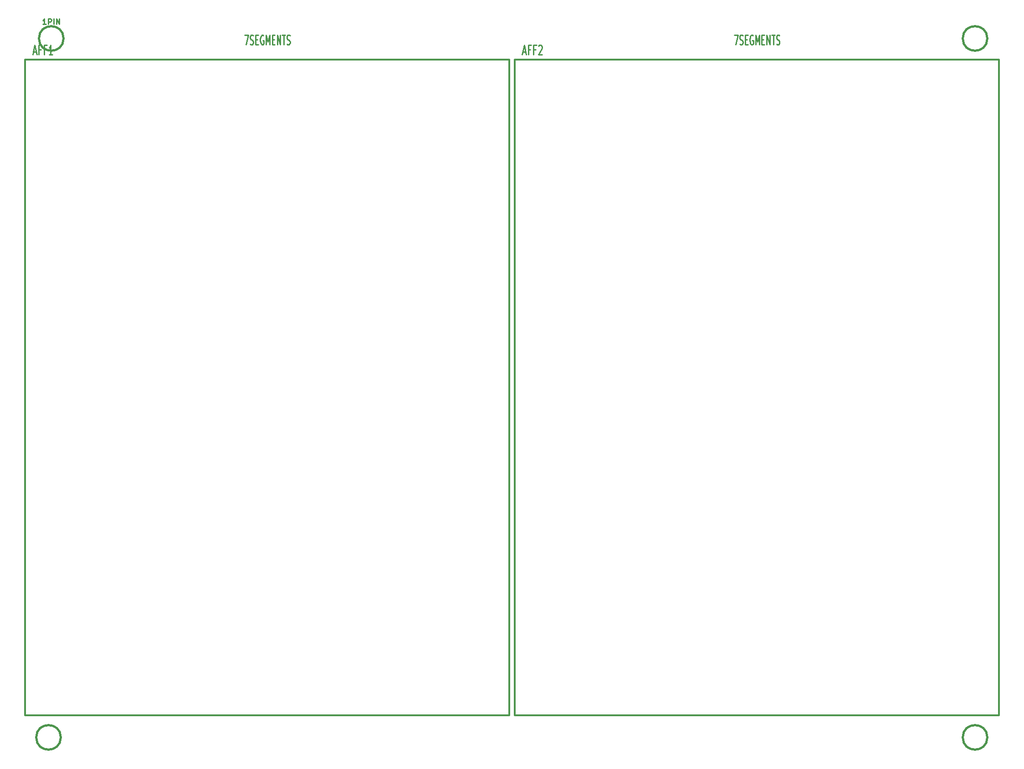
<source format=gto>
G04 (created by PCBNEW (2013-07-07 BZR 4022)-stable) date 6/9/2015 5:45:07 PM*
%MOIN*%
G04 Gerber Fmt 3.4, Leading zero omitted, Abs format*
%FSLAX34Y34*%
G01*
G70*
G90*
G04 APERTURE LIST*
%ADD10C,0.00590551*%
%ADD11C,0.012*%
%ADD12C,0.015*%
%ADD13C,0.01125*%
%ADD14C,0.01*%
G04 APERTURE END LIST*
G54D10*
G54D11*
X62322Y-36366D02*
X62322Y-84397D01*
X97755Y-36366D02*
X97755Y-84397D01*
X62322Y-36366D02*
X97755Y-36366D01*
X97755Y-84397D02*
X62322Y-84397D01*
X26496Y-36366D02*
X26496Y-84397D01*
X61929Y-36366D02*
X61929Y-84397D01*
X26496Y-36366D02*
X61929Y-36366D01*
X61929Y-84397D02*
X26496Y-84397D01*
G54D12*
X29100Y-86000D02*
G75*
G03X29100Y-86000I-900J0D01*
G74*
G01*
X96900Y-86000D02*
G75*
G03X96900Y-86000I-900J0D01*
G74*
G01*
X96900Y-34800D02*
G75*
G03X96900Y-34800I-900J0D01*
G74*
G01*
X29300Y-34800D02*
G75*
G03X29300Y-34800I-900J0D01*
G74*
G01*
G54D13*
X62905Y-35780D02*
X63119Y-35780D01*
X62862Y-35980D02*
X63012Y-35280D01*
X63162Y-35980D01*
X63462Y-35613D02*
X63312Y-35613D01*
X63312Y-35980D02*
X63312Y-35280D01*
X63526Y-35280D01*
X63847Y-35613D02*
X63697Y-35613D01*
X63697Y-35980D02*
X63697Y-35280D01*
X63912Y-35280D01*
X64062Y-35346D02*
X64083Y-35313D01*
X64126Y-35280D01*
X64233Y-35280D01*
X64276Y-35313D01*
X64297Y-35346D01*
X64319Y-35413D01*
X64319Y-35480D01*
X64297Y-35580D01*
X64040Y-35980D01*
X64319Y-35980D01*
G54D14*
X78382Y-34551D02*
X78649Y-34551D01*
X78477Y-35251D01*
X78782Y-35218D02*
X78839Y-35251D01*
X78934Y-35251D01*
X78973Y-35218D01*
X78992Y-35185D01*
X79011Y-35118D01*
X79011Y-35051D01*
X78992Y-34985D01*
X78973Y-34951D01*
X78934Y-34918D01*
X78858Y-34885D01*
X78820Y-34851D01*
X78801Y-34818D01*
X78782Y-34751D01*
X78782Y-34685D01*
X78801Y-34618D01*
X78820Y-34585D01*
X78858Y-34551D01*
X78953Y-34551D01*
X79011Y-34585D01*
X79182Y-34885D02*
X79315Y-34885D01*
X79373Y-35251D02*
X79182Y-35251D01*
X79182Y-34551D01*
X79373Y-34551D01*
X79753Y-34585D02*
X79715Y-34551D01*
X79658Y-34551D01*
X79601Y-34585D01*
X79563Y-34651D01*
X79544Y-34718D01*
X79525Y-34851D01*
X79525Y-34951D01*
X79544Y-35085D01*
X79563Y-35151D01*
X79601Y-35218D01*
X79658Y-35251D01*
X79696Y-35251D01*
X79753Y-35218D01*
X79773Y-35185D01*
X79773Y-34951D01*
X79696Y-34951D01*
X79944Y-35251D02*
X79944Y-34551D01*
X80077Y-35051D01*
X80211Y-34551D01*
X80211Y-35251D01*
X80401Y-34885D02*
X80534Y-34885D01*
X80592Y-35251D02*
X80401Y-35251D01*
X80401Y-34551D01*
X80592Y-34551D01*
X80763Y-35251D02*
X80763Y-34551D01*
X80992Y-35251D01*
X80992Y-34551D01*
X81125Y-34551D02*
X81353Y-34551D01*
X81239Y-35251D02*
X81239Y-34551D01*
X81468Y-35218D02*
X81525Y-35251D01*
X81620Y-35251D01*
X81658Y-35218D01*
X81677Y-35185D01*
X81696Y-35118D01*
X81696Y-35051D01*
X81677Y-34985D01*
X81658Y-34951D01*
X81620Y-34918D01*
X81544Y-34885D01*
X81506Y-34851D01*
X81487Y-34818D01*
X81468Y-34751D01*
X81468Y-34685D01*
X81487Y-34618D01*
X81506Y-34585D01*
X81544Y-34551D01*
X81639Y-34551D01*
X81696Y-34585D01*
G54D13*
X27078Y-35780D02*
X27292Y-35780D01*
X27035Y-35980D02*
X27185Y-35280D01*
X27335Y-35980D01*
X27635Y-35613D02*
X27485Y-35613D01*
X27485Y-35980D02*
X27485Y-35280D01*
X27699Y-35280D01*
X28021Y-35613D02*
X27871Y-35613D01*
X27871Y-35980D02*
X27871Y-35280D01*
X28085Y-35280D01*
X28492Y-35980D02*
X28235Y-35980D01*
X28364Y-35980D02*
X28364Y-35280D01*
X28321Y-35380D01*
X28278Y-35446D01*
X28235Y-35480D01*
G54D14*
X42555Y-34551D02*
X42822Y-34551D01*
X42651Y-35251D01*
X42955Y-35218D02*
X43012Y-35251D01*
X43108Y-35251D01*
X43146Y-35218D01*
X43165Y-35185D01*
X43184Y-35118D01*
X43184Y-35051D01*
X43165Y-34985D01*
X43146Y-34951D01*
X43108Y-34918D01*
X43031Y-34885D01*
X42993Y-34851D01*
X42974Y-34818D01*
X42955Y-34751D01*
X42955Y-34685D01*
X42974Y-34618D01*
X42993Y-34585D01*
X43031Y-34551D01*
X43127Y-34551D01*
X43184Y-34585D01*
X43355Y-34885D02*
X43489Y-34885D01*
X43546Y-35251D02*
X43355Y-35251D01*
X43355Y-34551D01*
X43546Y-34551D01*
X43927Y-34585D02*
X43889Y-34551D01*
X43831Y-34551D01*
X43774Y-34585D01*
X43736Y-34651D01*
X43717Y-34718D01*
X43698Y-34851D01*
X43698Y-34951D01*
X43717Y-35085D01*
X43736Y-35151D01*
X43774Y-35218D01*
X43831Y-35251D01*
X43870Y-35251D01*
X43927Y-35218D01*
X43946Y-35185D01*
X43946Y-34951D01*
X43870Y-34951D01*
X44117Y-35251D02*
X44117Y-34551D01*
X44251Y-35051D01*
X44384Y-34551D01*
X44384Y-35251D01*
X44574Y-34885D02*
X44708Y-34885D01*
X44765Y-35251D02*
X44574Y-35251D01*
X44574Y-34551D01*
X44765Y-34551D01*
X44936Y-35251D02*
X44936Y-34551D01*
X45165Y-35251D01*
X45165Y-34551D01*
X45298Y-34551D02*
X45527Y-34551D01*
X45412Y-35251D02*
X45412Y-34551D01*
X45641Y-35218D02*
X45698Y-35251D01*
X45793Y-35251D01*
X45831Y-35218D01*
X45851Y-35185D01*
X45870Y-35118D01*
X45870Y-35051D01*
X45851Y-34985D01*
X45831Y-34951D01*
X45793Y-34918D01*
X45717Y-34885D01*
X45679Y-34851D01*
X45660Y-34818D01*
X45641Y-34751D01*
X45641Y-34685D01*
X45660Y-34618D01*
X45679Y-34585D01*
X45717Y-34551D01*
X45812Y-34551D01*
X45870Y-34585D01*
X28009Y-33761D02*
X27780Y-33761D01*
X27895Y-33761D02*
X27895Y-33361D01*
X27857Y-33419D01*
X27819Y-33457D01*
X27780Y-33476D01*
X28180Y-33761D02*
X28180Y-33361D01*
X28333Y-33361D01*
X28371Y-33380D01*
X28390Y-33400D01*
X28409Y-33438D01*
X28409Y-33495D01*
X28390Y-33533D01*
X28371Y-33552D01*
X28333Y-33571D01*
X28180Y-33571D01*
X28580Y-33761D02*
X28580Y-33361D01*
X28771Y-33761D02*
X28771Y-33361D01*
X29000Y-33761D01*
X29000Y-33361D01*
M02*

</source>
